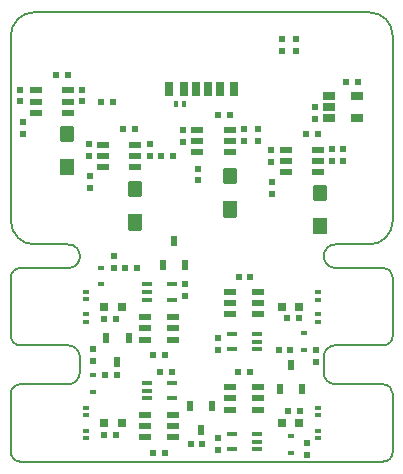
<source format=gtp>
G04*
G04 #@! TF.GenerationSoftware,Altium Limited,Altium Designer,21.5.1 (32)*
G04*
G04 Layer_Color=8421504*
%FSAX25Y25*%
%MOIN*%
G70*
G04*
G04 #@! TF.SameCoordinates,E145FAAA-776B-438C-AE4F-039C15631CA5*
G04*
G04*
G04 #@! TF.FilePolarity,Positive*
G04*
G01*
G75*
%ADD13C,0.00787*%
%ADD14R,0.04331X0.05315*%
%ADD15R,0.01968X0.02165*%
%ADD16R,0.02165X0.01968*%
%ADD17R,0.02756X0.02756*%
%ADD18R,0.03937X0.02362*%
%ADD19R,0.03150X0.04724*%
%ADD20R,0.02992X0.04724*%
%ADD21R,0.02756X0.04724*%
%ADD22R,0.02362X0.01575*%
%ADD23R,0.02165X0.01968*%
%ADD24R,0.02362X0.03543*%
%ADD25R,0.03543X0.01575*%
%ADD26R,0.04724X0.05118*%
%ADD27R,0.04724X0.05315*%
%ADD28R,0.01968X0.02165*%
%ADD29R,0.01181X0.02165*%
%ADD30R,0.02165X0.01181*%
%ADD31R,0.03937X0.02756*%
D13*
X-0063660Y0003150D02*
G03*
X-0060510Y-0000000I0003145J-0000004D01*
G01*
X0063660Y0141890D02*
G03*
X0055785Y0149764I-0007874J0000000D01*
G01*
X-0040628Y0034803D02*
G03*
X-0044565Y0038740I-0003937J-0000000D01*
G01*
X0055785Y0072366D02*
G03*
X0063660Y0080240I-0000003J0007877D01*
G01*
X-0060510Y0025748D02*
G03*
X-0063660Y0022598I-0000004J-0003145D01*
G01*
X0040628Y0029687D02*
G03*
X0044565Y0025748I0003939J0000000D01*
G01*
X-0044565Y0064488D02*
G03*
X-0044565Y0072366I-0000002J0003939D01*
G01*
X0060510Y0038740D02*
G03*
X0063660Y0041890I0000004J0003145D01*
G01*
X0044569Y0072366D02*
G03*
X0044565Y0064488I-0000002J-0003939D01*
G01*
X-0063656Y0080240D02*
G03*
X-0055782Y0072366I0007877J0000003D01*
G01*
X-0060510Y0064488D02*
G03*
X-0063660Y0061339I-0000004J-0003145D01*
G01*
X-0044565Y0025748D02*
G03*
X-0040628Y0029687I-0000002J0003939D01*
G01*
X0060510Y0000000D02*
G03*
X0063660Y0003150I0000004J0003145D01*
G01*
X0044565Y0038740D02*
G03*
X0040628Y0034803I0000000J-0003937D01*
G01*
X-0055782Y0149764D02*
G03*
X-0063656Y0141890I0000000J-0007874D01*
G01*
X-0063660Y0041890D02*
G03*
X-0060510Y0038740I0003145J-0000004D01*
G01*
X0063660Y0061339D02*
G03*
X0060510Y0064488I-0003145J0000004D01*
G01*
X0063660Y0022598D02*
G03*
X0060510Y0025748I-0003145J0000004D01*
G01*
X-0063660Y0041890D02*
Y0061339D01*
X0044569Y0072366D02*
X0055785D01*
X0063660Y0003150D02*
Y0022598D01*
X-0060510Y0038740D02*
X-0044565D01*
X0063660Y0080240D02*
Y0141890D01*
X0044565Y0025748D02*
X0060510D01*
X-0055782Y0149764D02*
X0055785D01*
X-0040628Y0029687D02*
Y0034803D01*
X0040628Y0029687D02*
Y0034803D01*
X-0063656Y0080240D02*
Y0141890D01*
X-0060510Y0025748D02*
X-0044565D01*
X0044565Y0038740D02*
X0060510D01*
X-0055782Y0072366D02*
X-0044565D01*
X-0063660Y0003150D02*
Y0022598D01*
X0063660Y0041890D02*
Y0061339D01*
X-0060510Y0064488D02*
X-0044565D01*
X0044565D02*
X0060510D01*
X-0060510Y0000000D02*
X0060510D01*
D14*
X-0022244Y0079626D02*
D03*
Y0090847D02*
D03*
X-0044783Y0098032D02*
D03*
Y0109252D02*
D03*
X0009547Y0083957D02*
D03*
Y0095177D02*
D03*
X0039272Y0078445D02*
D03*
Y0089665D02*
D03*
D15*
X-0044587Y0128740D02*
D03*
X-0048524D02*
D03*
X-0022244Y0110719D02*
D03*
X-0026181D02*
D03*
X0009449Y0115650D02*
D03*
X0005512D02*
D03*
X0038780Y0109153D02*
D03*
X0034843D02*
D03*
X-0025689Y0064665D02*
D03*
X-0021752D02*
D03*
X-0028378Y0028822D02*
D03*
X-0032315D02*
D03*
X0000197Y0005709D02*
D03*
X-0003740D02*
D03*
X0025591Y0037106D02*
D03*
X0029528D02*
D03*
X-0032480Y0047638D02*
D03*
X-0028543D02*
D03*
X-0029724Y0119980D02*
D03*
X-0033661D02*
D03*
X-0028543Y0008858D02*
D03*
X-0032480D02*
D03*
X0032579Y0016831D02*
D03*
X0028642D02*
D03*
X0032480Y0047736D02*
D03*
X0028543D02*
D03*
X-0009739Y0101762D02*
D03*
X-0013676D02*
D03*
D16*
X-0060516Y0120044D02*
D03*
Y0123981D02*
D03*
X-0037500Y0101772D02*
D03*
Y0105709D02*
D03*
X-0006102Y0106652D02*
D03*
Y0110589D02*
D03*
X0023228Y0099803D02*
D03*
Y0103740D02*
D03*
X-0059455Y0109273D02*
D03*
Y0113210D02*
D03*
X-0040030Y0120056D02*
D03*
Y0123994D02*
D03*
X-0037381Y0091240D02*
D03*
Y0095177D02*
D03*
X-0017218Y0101772D02*
D03*
Y0105709D02*
D03*
X-0001159Y0093701D02*
D03*
Y0097638D02*
D03*
X0018799Y0110728D02*
D03*
Y0106791D02*
D03*
X0014075Y0106791D02*
D03*
Y0110728D02*
D03*
X0023524Y0093209D02*
D03*
Y0089272D02*
D03*
X0047146Y0100197D02*
D03*
Y0104134D02*
D03*
X0043504D02*
D03*
Y0100197D02*
D03*
X0026772Y0140748D02*
D03*
Y0136811D02*
D03*
X0031496D02*
D03*
Y0140748D02*
D03*
D17*
X0032480Y0012854D02*
D03*
X0026575D02*
D03*
X-0032480D02*
D03*
X-0026575D02*
D03*
X0032480Y0051638D02*
D03*
X0026575D02*
D03*
X-0032480D02*
D03*
X-0026575D02*
D03*
D18*
X-0055413Y0116240D02*
D03*
X-0044587D02*
D03*
X-0032972Y0098120D02*
D03*
X-0022146D02*
D03*
X-0001476Y0103051D02*
D03*
X0009350D02*
D03*
X0027953Y0096457D02*
D03*
X0038780D02*
D03*
X-0018898Y0008071D02*
D03*
Y0011811D02*
D03*
Y0015551D02*
D03*
X-0009449D02*
D03*
Y0011811D02*
D03*
Y0008071D02*
D03*
X-0018898Y0040650D02*
D03*
Y0044390D02*
D03*
Y0048130D02*
D03*
X-0009449D02*
D03*
Y0044390D02*
D03*
Y0040650D02*
D03*
X0018898Y0024803D02*
D03*
Y0021063D02*
D03*
Y0017323D02*
D03*
X0009449D02*
D03*
Y0021063D02*
D03*
Y0024803D02*
D03*
X0018898Y0056496D02*
D03*
Y0052756D02*
D03*
Y0049016D02*
D03*
X0009449D02*
D03*
Y0052756D02*
D03*
Y0056496D02*
D03*
X-0044587Y0123721D02*
D03*
Y0119980D02*
D03*
X-0055413D02*
D03*
Y0123721D02*
D03*
X-0022146Y0105601D02*
D03*
Y0101860D02*
D03*
X-0032972D02*
D03*
Y0105601D02*
D03*
X0009350Y0110531D02*
D03*
Y0106791D02*
D03*
X-0001476D02*
D03*
Y0110531D02*
D03*
X0038780Y0103937D02*
D03*
Y0100197D02*
D03*
X0027953D02*
D03*
Y0103937D02*
D03*
D19*
X0010827Y0124016D02*
D03*
X-0010827D02*
D03*
D20*
X0005984D02*
D03*
X-0005984D02*
D03*
D21*
X0001969D02*
D03*
X-0001969D02*
D03*
D22*
X-0036417Y0023327D02*
D03*
Y0028839D02*
D03*
X0029724Y0002854D02*
D03*
Y0008366D02*
D03*
X-0033661Y0064665D02*
D03*
Y0059153D02*
D03*
X0033957Y0037205D02*
D03*
Y0042717D02*
D03*
D23*
X-0036319Y0037500D02*
D03*
Y0033563D02*
D03*
X-0005512Y0059055D02*
D03*
Y0055118D02*
D03*
X0005512Y0037303D02*
D03*
Y0041240D02*
D03*
Y0003937D02*
D03*
Y0007874D02*
D03*
X0035205Y0002223D02*
D03*
Y0006160D02*
D03*
X-0029331Y0064567D02*
D03*
Y0068504D02*
D03*
X0037795Y0114272D02*
D03*
Y0118209D02*
D03*
X0037992Y0037205D02*
D03*
Y0033268D02*
D03*
D24*
X-0028150Y0033268D02*
D03*
X-0031890Y0041142D02*
D03*
X-0024409D02*
D03*
X0003543Y0018406D02*
D03*
X-0003937D02*
D03*
X-0000197Y0010531D02*
D03*
X-0013091Y0065551D02*
D03*
X-0005610D02*
D03*
X-0009350Y0073425D02*
D03*
X0025984Y0024311D02*
D03*
X0033465D02*
D03*
X0029724Y0032185D02*
D03*
D25*
X-0010039Y0026181D02*
D03*
Y0021063D02*
D03*
X-0018307D02*
D03*
Y0023622D02*
D03*
Y0026181D02*
D03*
X-0010039Y0059124D02*
D03*
Y0054005D02*
D03*
X-0018307D02*
D03*
Y0056565D02*
D03*
Y0059124D02*
D03*
X0010039Y0037402D02*
D03*
Y0042520D02*
D03*
X0018307D02*
D03*
Y0039961D02*
D03*
Y0037402D02*
D03*
X0010039Y0004035D02*
D03*
Y0009154D02*
D03*
X0018307D02*
D03*
Y0006594D02*
D03*
Y0004035D02*
D03*
D26*
X-0044783Y0109153D02*
D03*
X-0022244Y0090748D02*
D03*
X0009547Y0095079D02*
D03*
X0039272Y0089567D02*
D03*
D27*
X-0044783Y0098130D02*
D03*
X-0022244Y0079724D02*
D03*
X0009547Y0084055D02*
D03*
X0039272Y0078543D02*
D03*
D28*
X-0016339Y0002933D02*
D03*
X-0012402D02*
D03*
X-0016240Y0035630D02*
D03*
X-0012303D02*
D03*
X-0010086Y0029823D02*
D03*
X-0014023D02*
D03*
X0016043D02*
D03*
X0012106D02*
D03*
X0016240Y0061516D02*
D03*
X0012303D02*
D03*
X0051968Y0126476D02*
D03*
X0048031D02*
D03*
D29*
X-0008464Y0119031D02*
D03*
X-0005905D02*
D03*
D30*
X0038780Y0015354D02*
D03*
Y0017913D02*
D03*
Y0010335D02*
D03*
Y0007776D02*
D03*
X-0038583Y0049213D02*
D03*
Y0046654D02*
D03*
X-0038681Y0054035D02*
D03*
Y0056595D02*
D03*
X0038631Y0053996D02*
D03*
Y0056555D02*
D03*
Y0049214D02*
D03*
Y0046655D02*
D03*
X-0038583Y0010335D02*
D03*
Y0007776D02*
D03*
Y0015354D02*
D03*
Y0017913D02*
D03*
D31*
X0051870Y0121949D02*
D03*
Y0114469D02*
D03*
X0042421D02*
D03*
Y0118209D02*
D03*
Y0121949D02*
D03*
M02*

</source>
